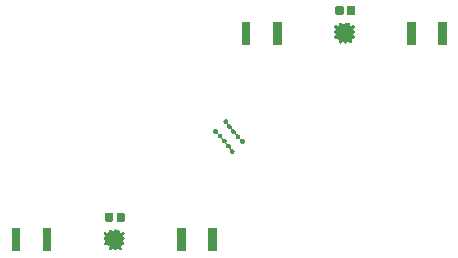
<source format=gbr>
G04 #@! TF.GenerationSoftware,KiCad,Pcbnew,5.0.2-bee76a0~70~ubuntu18.04.1*
G04 #@! TF.CreationDate,2019-05-27T20:40:17+02:00*
G04 #@! TF.ProjectId,upper_Sensor,75707065-725f-4536-956e-736f722e6b69,rev?*
G04 #@! TF.SameCoordinates,Original*
G04 #@! TF.FileFunction,Soldermask,Top*
G04 #@! TF.FilePolarity,Negative*
%FSLAX46Y46*%
G04 Gerber Fmt 4.6, Leading zero omitted, Abs format (unit mm)*
G04 Created by KiCad (PCBNEW 5.0.2-bee76a0~70~ubuntu18.04.1) date Mo 27 Mai 2019 20:40:17 CEST*
%MOMM*%
%LPD*%
G01*
G04 APERTURE LIST*
%ADD10C,0.100000*%
G04 APERTURE END LIST*
D10*
G36*
X118691000Y-80966000D02*
X117959000Y-80966000D01*
X117959000Y-79034000D01*
X118691000Y-79034000D01*
X118691000Y-80966000D01*
X118691000Y-80966000D01*
G37*
G36*
X102041000Y-80966000D02*
X101309000Y-80966000D01*
X101309000Y-79034000D01*
X102041000Y-79034000D01*
X102041000Y-80966000D01*
X102041000Y-80966000D01*
G37*
G36*
X104691000Y-80966000D02*
X103959000Y-80966000D01*
X103959000Y-79034000D01*
X104691000Y-79034000D01*
X104691000Y-80966000D01*
X104691000Y-80966000D01*
G37*
G36*
X116041000Y-80966000D02*
X115309000Y-80966000D01*
X115309000Y-79034000D01*
X116041000Y-79034000D01*
X116041000Y-80966000D01*
X116041000Y-80966000D01*
G37*
G36*
X109706753Y-79125842D02*
X109729684Y-79135340D01*
X109750321Y-79149129D01*
X109767871Y-79166679D01*
X109781660Y-79187316D01*
X109781662Y-79187321D01*
X109786066Y-79193912D01*
X109801612Y-79212854D01*
X109820554Y-79228400D01*
X109842165Y-79239951D01*
X109865614Y-79247064D01*
X109890000Y-79249466D01*
X109914386Y-79247064D01*
X109937835Y-79239951D01*
X109959446Y-79228400D01*
X109978388Y-79212854D01*
X109993934Y-79193912D01*
X109998338Y-79187321D01*
X109998340Y-79187316D01*
X110012129Y-79166679D01*
X110029679Y-79149129D01*
X110050316Y-79135340D01*
X110073247Y-79125842D01*
X110097590Y-79121000D01*
X110122410Y-79121000D01*
X110146754Y-79125842D01*
X110160142Y-79131388D01*
X110169684Y-79135340D01*
X110169685Y-79135341D01*
X110172165Y-79136368D01*
X110195614Y-79143481D01*
X110220001Y-79145883D01*
X110244387Y-79143481D01*
X110267835Y-79136368D01*
X110270315Y-79135341D01*
X110270316Y-79135340D01*
X110279858Y-79131388D01*
X110293246Y-79125842D01*
X110317590Y-79121000D01*
X110342410Y-79121000D01*
X110366753Y-79125842D01*
X110389684Y-79135340D01*
X110410321Y-79149129D01*
X110427871Y-79166679D01*
X110441660Y-79187316D01*
X110451158Y-79210247D01*
X110454769Y-79228400D01*
X110456000Y-79234591D01*
X110456000Y-79267033D01*
X110458402Y-79291419D01*
X110465515Y-79314868D01*
X110477066Y-79336479D01*
X110492612Y-79355421D01*
X110511554Y-79370967D01*
X110533165Y-79382518D01*
X110556614Y-79389631D01*
X110581000Y-79392033D01*
X110605386Y-79389631D01*
X110628835Y-79382518D01*
X110650446Y-79370967D01*
X110669382Y-79355426D01*
X110672679Y-79352129D01*
X110693316Y-79338340D01*
X110716247Y-79328842D01*
X110740590Y-79324000D01*
X110765410Y-79324000D01*
X110789753Y-79328842D01*
X110812684Y-79338340D01*
X110833321Y-79352129D01*
X110850871Y-79369679D01*
X110864660Y-79390316D01*
X110874158Y-79413247D01*
X110879000Y-79437590D01*
X110879000Y-79462410D01*
X110874158Y-79486753D01*
X110864660Y-79509684D01*
X110850871Y-79530321D01*
X110833321Y-79547871D01*
X110812684Y-79561660D01*
X110812679Y-79561662D01*
X110806088Y-79566066D01*
X110787146Y-79581612D01*
X110771600Y-79600554D01*
X110760049Y-79622165D01*
X110752936Y-79645614D01*
X110750534Y-79670000D01*
X110752936Y-79694386D01*
X110760049Y-79717835D01*
X110771600Y-79739446D01*
X110787146Y-79758388D01*
X110806088Y-79773934D01*
X110812679Y-79778338D01*
X110812684Y-79778340D01*
X110833321Y-79792129D01*
X110850871Y-79809679D01*
X110864660Y-79830316D01*
X110874158Y-79853247D01*
X110879000Y-79877590D01*
X110879000Y-79902410D01*
X110874158Y-79926753D01*
X110864660Y-79949684D01*
X110850871Y-79970321D01*
X110833321Y-79987871D01*
X110812684Y-80001660D01*
X110812679Y-80001662D01*
X110806088Y-80006066D01*
X110787146Y-80021612D01*
X110771600Y-80040554D01*
X110760049Y-80062165D01*
X110752936Y-80085614D01*
X110750534Y-80110000D01*
X110752936Y-80134386D01*
X110760049Y-80157835D01*
X110771600Y-80179446D01*
X110787146Y-80198388D01*
X110806088Y-80213934D01*
X110812679Y-80218338D01*
X110812684Y-80218340D01*
X110833321Y-80232129D01*
X110850871Y-80249679D01*
X110864660Y-80270316D01*
X110874158Y-80293247D01*
X110879000Y-80317590D01*
X110879000Y-80342410D01*
X110874158Y-80366753D01*
X110864660Y-80389684D01*
X110850871Y-80410321D01*
X110833321Y-80427871D01*
X110812684Y-80441660D01*
X110789753Y-80451158D01*
X110765410Y-80456000D01*
X110732967Y-80456000D01*
X110708581Y-80458402D01*
X110685132Y-80465515D01*
X110663521Y-80477066D01*
X110644579Y-80492612D01*
X110629033Y-80511554D01*
X110617482Y-80533165D01*
X110610369Y-80556614D01*
X110607967Y-80581000D01*
X110610369Y-80605386D01*
X110617482Y-80628835D01*
X110629033Y-80650446D01*
X110644574Y-80669382D01*
X110647871Y-80672679D01*
X110661660Y-80693316D01*
X110671158Y-80716247D01*
X110676000Y-80740590D01*
X110676000Y-80765410D01*
X110671158Y-80789753D01*
X110661660Y-80812684D01*
X110647871Y-80833321D01*
X110630321Y-80850871D01*
X110609684Y-80864660D01*
X110586753Y-80874158D01*
X110562410Y-80879000D01*
X110537590Y-80879000D01*
X110513247Y-80874158D01*
X110490316Y-80864660D01*
X110469679Y-80850871D01*
X110452129Y-80833321D01*
X110438340Y-80812684D01*
X110438338Y-80812679D01*
X110433934Y-80806088D01*
X110418388Y-80787146D01*
X110399446Y-80771600D01*
X110377835Y-80760049D01*
X110354386Y-80752936D01*
X110330000Y-80750534D01*
X110305614Y-80752936D01*
X110282165Y-80760049D01*
X110260554Y-80771600D01*
X110241612Y-80787146D01*
X110226066Y-80806088D01*
X110221662Y-80812679D01*
X110221660Y-80812684D01*
X110207871Y-80833321D01*
X110190321Y-80850871D01*
X110169684Y-80864660D01*
X110146753Y-80874158D01*
X110122410Y-80879000D01*
X110097590Y-80879000D01*
X110073247Y-80874158D01*
X110050316Y-80864660D01*
X110029679Y-80850871D01*
X110012129Y-80833321D01*
X109998340Y-80812684D01*
X109998338Y-80812679D01*
X109993934Y-80806088D01*
X109978388Y-80787146D01*
X109959446Y-80771600D01*
X109937835Y-80760049D01*
X109914386Y-80752936D01*
X109890000Y-80750534D01*
X109865614Y-80752936D01*
X109842165Y-80760049D01*
X109820554Y-80771600D01*
X109801612Y-80787146D01*
X109786066Y-80806088D01*
X109781662Y-80812679D01*
X109781660Y-80812684D01*
X109767871Y-80833321D01*
X109750321Y-80850871D01*
X109729684Y-80864660D01*
X109706753Y-80874158D01*
X109682410Y-80879000D01*
X109657590Y-80879000D01*
X109633247Y-80874158D01*
X109610316Y-80864660D01*
X109589679Y-80850871D01*
X109572129Y-80833321D01*
X109558340Y-80812684D01*
X109548842Y-80789753D01*
X109544000Y-80765410D01*
X109544000Y-80740590D01*
X109548842Y-80716247D01*
X109558340Y-80693316D01*
X109572129Y-80672679D01*
X109573700Y-80671108D01*
X109589232Y-80652183D01*
X109600785Y-80630573D01*
X109607899Y-80607124D01*
X109610302Y-80582738D01*
X109607901Y-80558352D01*
X109600789Y-80534902D01*
X109589239Y-80513291D01*
X109573690Y-80494344D01*
X109505657Y-80426311D01*
X109486715Y-80410765D01*
X109465104Y-80399214D01*
X109441655Y-80392101D01*
X109417269Y-80389699D01*
X109392883Y-80392101D01*
X109369434Y-80399214D01*
X109347823Y-80410765D01*
X109328891Y-80426301D01*
X109327321Y-80427871D01*
X109306684Y-80441660D01*
X109283753Y-80451158D01*
X109259410Y-80456000D01*
X109234590Y-80456000D01*
X109210247Y-80451158D01*
X109187316Y-80441660D01*
X109166679Y-80427871D01*
X109149129Y-80410321D01*
X109135340Y-80389684D01*
X109125842Y-80366753D01*
X109121000Y-80342410D01*
X109121000Y-80317590D01*
X109125842Y-80293247D01*
X109135340Y-80270316D01*
X109149129Y-80249679D01*
X109166679Y-80232129D01*
X109187316Y-80218340D01*
X109187321Y-80218338D01*
X109193912Y-80213934D01*
X109212854Y-80198388D01*
X109228400Y-80179446D01*
X109239951Y-80157835D01*
X109247064Y-80134386D01*
X109249466Y-80110000D01*
X109247064Y-80085614D01*
X109239951Y-80062165D01*
X109228400Y-80040554D01*
X109212854Y-80021612D01*
X109193912Y-80006066D01*
X109187321Y-80001662D01*
X109187316Y-80001660D01*
X109166679Y-79987871D01*
X109149129Y-79970321D01*
X109135340Y-79949684D01*
X109125842Y-79926753D01*
X109121000Y-79902410D01*
X109121000Y-79877590D01*
X109125842Y-79853247D01*
X109135340Y-79830316D01*
X109149129Y-79809679D01*
X109166679Y-79792129D01*
X109187316Y-79778340D01*
X109187321Y-79778338D01*
X109193912Y-79773934D01*
X109212854Y-79758388D01*
X109228400Y-79739446D01*
X109239951Y-79717835D01*
X109247064Y-79694386D01*
X109249466Y-79670000D01*
X109247064Y-79645614D01*
X109239951Y-79622165D01*
X109228400Y-79600554D01*
X109212854Y-79581612D01*
X109193912Y-79566066D01*
X109187321Y-79561662D01*
X109187316Y-79561660D01*
X109166679Y-79547871D01*
X109149129Y-79530321D01*
X109135340Y-79509684D01*
X109125842Y-79486753D01*
X109121000Y-79462410D01*
X109121000Y-79437590D01*
X109125842Y-79413247D01*
X109135340Y-79390316D01*
X109149129Y-79369679D01*
X109166679Y-79352129D01*
X109187316Y-79338340D01*
X109210247Y-79328842D01*
X109234590Y-79324000D01*
X109259410Y-79324000D01*
X109283753Y-79328842D01*
X109306684Y-79338340D01*
X109327321Y-79352129D01*
X109330618Y-79355426D01*
X109349554Y-79370967D01*
X109371165Y-79382518D01*
X109394614Y-79389631D01*
X109419000Y-79392033D01*
X109443386Y-79389631D01*
X109466835Y-79382518D01*
X109488446Y-79370967D01*
X109507388Y-79355421D01*
X109522934Y-79336479D01*
X109534485Y-79314868D01*
X109541598Y-79291419D01*
X109544000Y-79267033D01*
X109544000Y-79234591D01*
X109545231Y-79228400D01*
X109548842Y-79210247D01*
X109558340Y-79187316D01*
X109572129Y-79166679D01*
X109589679Y-79149129D01*
X109610316Y-79135340D01*
X109633247Y-79125842D01*
X109657590Y-79121000D01*
X109682410Y-79121000D01*
X109706753Y-79125842D01*
X109706753Y-79125842D01*
G37*
G36*
X109831938Y-77711716D02*
X109852556Y-77717970D01*
X109871556Y-77728126D01*
X109888208Y-77741792D01*
X109901874Y-77758444D01*
X109912030Y-77777444D01*
X109918284Y-77798062D01*
X109921000Y-77825640D01*
X109921000Y-78334360D01*
X109918284Y-78361938D01*
X109912030Y-78382556D01*
X109901874Y-78401556D01*
X109888208Y-78418208D01*
X109871556Y-78431874D01*
X109852556Y-78442030D01*
X109831938Y-78448284D01*
X109804360Y-78451000D01*
X109345640Y-78451000D01*
X109318062Y-78448284D01*
X109297444Y-78442030D01*
X109278444Y-78431874D01*
X109261792Y-78418208D01*
X109248126Y-78401556D01*
X109237970Y-78382556D01*
X109231716Y-78361938D01*
X109229000Y-78334360D01*
X109229000Y-77825640D01*
X109231716Y-77798062D01*
X109237970Y-77777444D01*
X109248126Y-77758444D01*
X109261792Y-77741792D01*
X109278444Y-77728126D01*
X109297444Y-77717970D01*
X109318062Y-77711716D01*
X109345640Y-77709000D01*
X109804360Y-77709000D01*
X109831938Y-77711716D01*
X109831938Y-77711716D01*
G37*
G36*
X110801938Y-77711716D02*
X110822556Y-77717970D01*
X110841556Y-77728126D01*
X110858208Y-77741792D01*
X110871874Y-77758444D01*
X110882030Y-77777444D01*
X110888284Y-77798062D01*
X110891000Y-77825640D01*
X110891000Y-78334360D01*
X110888284Y-78361938D01*
X110882030Y-78382556D01*
X110871874Y-78401556D01*
X110858208Y-78418208D01*
X110841556Y-78431874D01*
X110822556Y-78442030D01*
X110801938Y-78448284D01*
X110774360Y-78451000D01*
X110315640Y-78451000D01*
X110288062Y-78448284D01*
X110267444Y-78442030D01*
X110248444Y-78431874D01*
X110231792Y-78418208D01*
X110218126Y-78401556D01*
X110207970Y-78382556D01*
X110201716Y-78361938D01*
X110199000Y-78334360D01*
X110199000Y-77825640D01*
X110201716Y-77798062D01*
X110207970Y-77777444D01*
X110218126Y-77758444D01*
X110231792Y-77741792D01*
X110248444Y-77728126D01*
X110267444Y-77717970D01*
X110288062Y-77711716D01*
X110315640Y-77709000D01*
X110774360Y-77709000D01*
X110801938Y-77711716D01*
X110801938Y-77711716D01*
G37*
G36*
X118598402Y-70627536D02*
X118633846Y-70634586D01*
X118670425Y-70649738D01*
X118670427Y-70649739D01*
X118703347Y-70671736D01*
X118731342Y-70699731D01*
X118749866Y-70727453D01*
X118753340Y-70732653D01*
X118768492Y-70769232D01*
X118776216Y-70808065D01*
X118776216Y-70847659D01*
X118770791Y-70874932D01*
X118768390Y-70899311D01*
X118770792Y-70923697D01*
X118777905Y-70947146D01*
X118789456Y-70968757D01*
X118805001Y-70987700D01*
X118823943Y-71003245D01*
X118845553Y-71014796D01*
X118869003Y-71021910D01*
X118893389Y-71024312D01*
X118917776Y-71021910D01*
X118947252Y-71016047D01*
X118986848Y-71016047D01*
X118996555Y-71017978D01*
X119025680Y-71023771D01*
X119062259Y-71038923D01*
X119062261Y-71038924D01*
X119077131Y-71048860D01*
X119095180Y-71060920D01*
X119123177Y-71088917D01*
X119134100Y-71105265D01*
X119144469Y-71120782D01*
X119145174Y-71121838D01*
X119160326Y-71158417D01*
X119164956Y-71181697D01*
X119168050Y-71197249D01*
X119168050Y-71236845D01*
X119158343Y-71285646D01*
X119157106Y-71289723D01*
X119154703Y-71314110D01*
X119157104Y-71338496D01*
X119164216Y-71361945D01*
X119175766Y-71383557D01*
X119191311Y-71402500D01*
X119210252Y-71418046D01*
X119231863Y-71429598D01*
X119255311Y-71436712D01*
X119279698Y-71439115D01*
X119297418Y-71437370D01*
X119340382Y-71437370D01*
X119349154Y-71439115D01*
X119379214Y-71445094D01*
X119415793Y-71460246D01*
X119415795Y-71460247D01*
X119421175Y-71463842D01*
X119435417Y-71473358D01*
X119448715Y-71482244D01*
X119476710Y-71510239D01*
X119497470Y-71541307D01*
X119498708Y-71543161D01*
X119513860Y-71579740D01*
X119516824Y-71594644D01*
X119521584Y-71618572D01*
X119521584Y-71658168D01*
X119511882Y-71706945D01*
X119510641Y-71711032D01*
X119508235Y-71735418D01*
X119510632Y-71759805D01*
X119517741Y-71783255D01*
X119529288Y-71804868D01*
X119544830Y-71823813D01*
X119563769Y-71839362D01*
X119585378Y-71850918D01*
X119608825Y-71858036D01*
X119633211Y-71860442D01*
X119650950Y-71858697D01*
X119693915Y-71858697D01*
X119697293Y-71859369D01*
X119732747Y-71866421D01*
X119769326Y-71881573D01*
X119769328Y-71881574D01*
X119802248Y-71903571D01*
X119830243Y-71931566D01*
X119851013Y-71962649D01*
X119852241Y-71964488D01*
X119867393Y-72001067D01*
X119875117Y-72039900D01*
X119875117Y-72079494D01*
X119867393Y-72118327D01*
X119858695Y-72139324D01*
X119851582Y-72162773D01*
X119849180Y-72187160D01*
X119851582Y-72211546D01*
X119858695Y-72234995D01*
X119870246Y-72256606D01*
X119885791Y-72275548D01*
X119904734Y-72291094D01*
X119926344Y-72302645D01*
X119949793Y-72309758D01*
X119974180Y-72312160D01*
X120009146Y-72312160D01*
X120018853Y-72314091D01*
X120047978Y-72319884D01*
X120084557Y-72335036D01*
X120084559Y-72335037D01*
X120101130Y-72346110D01*
X120117478Y-72357033D01*
X120145475Y-72385030D01*
X120156398Y-72401378D01*
X120162216Y-72410084D01*
X120167472Y-72417951D01*
X120182624Y-72454530D01*
X120190348Y-72493363D01*
X120190348Y-72532957D01*
X120182624Y-72571790D01*
X120167472Y-72608369D01*
X120167471Y-72608371D01*
X120145474Y-72641291D01*
X120117479Y-72669286D01*
X120084559Y-72691283D01*
X120084558Y-72691284D01*
X120084557Y-72691284D01*
X120047978Y-72706436D01*
X120018853Y-72712229D01*
X120009146Y-72714160D01*
X119969550Y-72714160D01*
X119959843Y-72712229D01*
X119930718Y-72706436D01*
X119894139Y-72691284D01*
X119894138Y-72691284D01*
X119894137Y-72691283D01*
X119861217Y-72669286D01*
X119833222Y-72641291D01*
X119811225Y-72608371D01*
X119811224Y-72608369D01*
X119796072Y-72571790D01*
X119788348Y-72532957D01*
X119788348Y-72493363D01*
X119796072Y-72454530D01*
X119804771Y-72433529D01*
X119811883Y-72410084D01*
X119814285Y-72385697D01*
X119811883Y-72361311D01*
X119804770Y-72337862D01*
X119793219Y-72316251D01*
X119777674Y-72297309D01*
X119758731Y-72281763D01*
X119737121Y-72270212D01*
X119713672Y-72263099D01*
X119689285Y-72260697D01*
X119654319Y-72260697D01*
X119644612Y-72258766D01*
X119615487Y-72252973D01*
X119578908Y-72237821D01*
X119578907Y-72237821D01*
X119578906Y-72237820D01*
X119545986Y-72215823D01*
X119517991Y-72187828D01*
X119517545Y-72187160D01*
X119507067Y-72171479D01*
X119495994Y-72154908D01*
X119489539Y-72139324D01*
X119480841Y-72118327D01*
X119473117Y-72079494D01*
X119473117Y-72039900D01*
X119480841Y-72001067D01*
X119482819Y-71991122D01*
X119484060Y-71987035D01*
X119486466Y-71962649D01*
X119484069Y-71938262D01*
X119476960Y-71914812D01*
X119465413Y-71893199D01*
X119449871Y-71874254D01*
X119430932Y-71858705D01*
X119409323Y-71847149D01*
X119385876Y-71840031D01*
X119361490Y-71837625D01*
X119343751Y-71839370D01*
X119300786Y-71839370D01*
X119291079Y-71837439D01*
X119261954Y-71831646D01*
X119225375Y-71816494D01*
X119225374Y-71816494D01*
X119225373Y-71816493D01*
X119192453Y-71794496D01*
X119164458Y-71766501D01*
X119142461Y-71733581D01*
X119138792Y-71724723D01*
X119127308Y-71697000D01*
X119119584Y-71658167D01*
X119119584Y-71618573D01*
X119127308Y-71579740D01*
X119129291Y-71569771D01*
X119130528Y-71565694D01*
X119132931Y-71541307D01*
X119130530Y-71516921D01*
X119123418Y-71493472D01*
X119111868Y-71471860D01*
X119096323Y-71452917D01*
X119077382Y-71437371D01*
X119055771Y-71425819D01*
X119032323Y-71418705D01*
X119007936Y-71416302D01*
X118990216Y-71418047D01*
X118947252Y-71418047D01*
X118937545Y-71416116D01*
X118908420Y-71410323D01*
X118871841Y-71395171D01*
X118871840Y-71395171D01*
X118871839Y-71395170D01*
X118838919Y-71373173D01*
X118810924Y-71345178D01*
X118804483Y-71335538D01*
X118796754Y-71323971D01*
X118788927Y-71312258D01*
X118782485Y-71296706D01*
X118773774Y-71275677D01*
X118766050Y-71236844D01*
X118766050Y-71197250D01*
X118771475Y-71169977D01*
X118773876Y-71145598D01*
X118771474Y-71121212D01*
X118764361Y-71097763D01*
X118752810Y-71076152D01*
X118737265Y-71057209D01*
X118718323Y-71041664D01*
X118696713Y-71030113D01*
X118673263Y-71022999D01*
X118648877Y-71020597D01*
X118624490Y-71022999D01*
X118595014Y-71028862D01*
X118555418Y-71028862D01*
X118545711Y-71026931D01*
X118516586Y-71021138D01*
X118480007Y-71005986D01*
X118480006Y-71005986D01*
X118480005Y-71005985D01*
X118447085Y-70983988D01*
X118419090Y-70955993D01*
X118416870Y-70952670D01*
X118408166Y-70939644D01*
X118397093Y-70923073D01*
X118397092Y-70923071D01*
X118381940Y-70886492D01*
X118374216Y-70847659D01*
X118374216Y-70808065D01*
X118381940Y-70769232D01*
X118397092Y-70732653D01*
X118400567Y-70727453D01*
X118419090Y-70699731D01*
X118447085Y-70671736D01*
X118480005Y-70649739D01*
X118480007Y-70649738D01*
X118516586Y-70634586D01*
X118552030Y-70627536D01*
X118555418Y-70626862D01*
X118595014Y-70626862D01*
X118598402Y-70627536D01*
X118598402Y-70627536D01*
G37*
G36*
X119477369Y-69781727D02*
X119506494Y-69787520D01*
X119543073Y-69802672D01*
X119543075Y-69802673D01*
X119559646Y-69813746D01*
X119575994Y-69824669D01*
X119603991Y-69852666D01*
X119625988Y-69885587D01*
X119641140Y-69922166D01*
X119648864Y-69960999D01*
X119648864Y-70000593D01*
X119641141Y-70039423D01*
X119641140Y-70039425D01*
X119632442Y-70060423D01*
X119625328Y-70083872D01*
X119622926Y-70108258D01*
X119625327Y-70132644D01*
X119632440Y-70156093D01*
X119643991Y-70177704D01*
X119659536Y-70196647D01*
X119678478Y-70212192D01*
X119700089Y-70223744D01*
X119723538Y-70230858D01*
X119747926Y-70233260D01*
X119782894Y-70233260D01*
X119792601Y-70235191D01*
X119821726Y-70240984D01*
X119858305Y-70256136D01*
X119858307Y-70256137D01*
X119891227Y-70278134D01*
X119919222Y-70306129D01*
X119935964Y-70331184D01*
X119941220Y-70339051D01*
X119956372Y-70375630D01*
X119962165Y-70404755D01*
X119964096Y-70414462D01*
X119964096Y-70454058D01*
X119954385Y-70502880D01*
X119953148Y-70506959D01*
X119950749Y-70531346D01*
X119953154Y-70555732D01*
X119960271Y-70579180D01*
X119971825Y-70600789D01*
X119987373Y-70619729D01*
X120006317Y-70635272D01*
X120027929Y-70646820D01*
X120051379Y-70653930D01*
X120075766Y-70656329D01*
X120093466Y-70654584D01*
X120136426Y-70654584D01*
X120145198Y-70656329D01*
X120175258Y-70662308D01*
X120211837Y-70677460D01*
X120211839Y-70677461D01*
X120228410Y-70688534D01*
X120244758Y-70699457D01*
X120272755Y-70727454D01*
X120294752Y-70760375D01*
X120309904Y-70796954D01*
X120312114Y-70808065D01*
X120317628Y-70835786D01*
X120317628Y-70875382D01*
X120307917Y-70924204D01*
X120306680Y-70928283D01*
X120304281Y-70952670D01*
X120306686Y-70977056D01*
X120313803Y-71000504D01*
X120325357Y-71022113D01*
X120340905Y-71041053D01*
X120359849Y-71056596D01*
X120381461Y-71068144D01*
X120404911Y-71075254D01*
X120429298Y-71077653D01*
X120447003Y-71075908D01*
X120489959Y-71075908D01*
X120498731Y-71077653D01*
X120528791Y-71083632D01*
X120562905Y-71097763D01*
X120565372Y-71098785D01*
X120581943Y-71109858D01*
X120598291Y-71120781D01*
X120626288Y-71148778D01*
X120648285Y-71181699D01*
X120663437Y-71218278D01*
X120671161Y-71257111D01*
X120671161Y-71296705D01*
X120665736Y-71323978D01*
X120663335Y-71348357D01*
X120665737Y-71372743D01*
X120672850Y-71396192D01*
X120684401Y-71417803D01*
X120699946Y-71436746D01*
X120718888Y-71452291D01*
X120740498Y-71463842D01*
X120763948Y-71470956D01*
X120788334Y-71473358D01*
X120812717Y-71470957D01*
X120842200Y-71465093D01*
X120881795Y-71465093D01*
X120891502Y-71467024D01*
X120920627Y-71472817D01*
X120957206Y-71487969D01*
X120957208Y-71487970D01*
X120990128Y-71509967D01*
X121018123Y-71537962D01*
X121039378Y-71569771D01*
X121040121Y-71570884D01*
X121055273Y-71607463D01*
X121062997Y-71646296D01*
X121062997Y-71685890D01*
X121055273Y-71724723D01*
X121040121Y-71761302D01*
X121018124Y-71794223D01*
X120990127Y-71822220D01*
X120976020Y-71831646D01*
X120957208Y-71844216D01*
X120957207Y-71844217D01*
X120957206Y-71844217D01*
X120920627Y-71859369D01*
X120891502Y-71865162D01*
X120881795Y-71867093D01*
X120842199Y-71867093D01*
X120832492Y-71865162D01*
X120803367Y-71859369D01*
X120766788Y-71844217D01*
X120766787Y-71844217D01*
X120766786Y-71844216D01*
X120747974Y-71831646D01*
X120733867Y-71822220D01*
X120705870Y-71794223D01*
X120683873Y-71761302D01*
X120668721Y-71724723D01*
X120660997Y-71685890D01*
X120660997Y-71646296D01*
X120666422Y-71619023D01*
X120668823Y-71594644D01*
X120666421Y-71570258D01*
X120659308Y-71546809D01*
X120647757Y-71525198D01*
X120632212Y-71506255D01*
X120613270Y-71490710D01*
X120591660Y-71479159D01*
X120568210Y-71472045D01*
X120543824Y-71469643D01*
X120519441Y-71472044D01*
X120489958Y-71477908D01*
X120450363Y-71477908D01*
X120440656Y-71475977D01*
X120411531Y-71470184D01*
X120374952Y-71455032D01*
X120374951Y-71455032D01*
X120374950Y-71455031D01*
X120358379Y-71443958D01*
X120342031Y-71433035D01*
X120314034Y-71405038D01*
X120292743Y-71373174D01*
X120292038Y-71372119D01*
X120292037Y-71372117D01*
X120276885Y-71335538D01*
X120269161Y-71296705D01*
X120269161Y-71257111D01*
X120276885Y-71218278D01*
X120278872Y-71208288D01*
X120280109Y-71204209D01*
X120282508Y-71179822D01*
X120280103Y-71155436D01*
X120272986Y-71131988D01*
X120261432Y-71110379D01*
X120245884Y-71091439D01*
X120226940Y-71075896D01*
X120205328Y-71064348D01*
X120181878Y-71057238D01*
X120157491Y-71054839D01*
X120139786Y-71056584D01*
X120096830Y-71056584D01*
X120087123Y-71054653D01*
X120057998Y-71048860D01*
X120021419Y-71033708D01*
X120021418Y-71033708D01*
X120021417Y-71033707D01*
X120001797Y-71020597D01*
X119988498Y-71011711D01*
X119960501Y-70983714D01*
X119949578Y-70967366D01*
X119938505Y-70950795D01*
X119938504Y-70950793D01*
X119923352Y-70914214D01*
X119915628Y-70875381D01*
X119915628Y-70835787D01*
X119923352Y-70796954D01*
X119925339Y-70786964D01*
X119926576Y-70782885D01*
X119928975Y-70758498D01*
X119926570Y-70734112D01*
X119919453Y-70710664D01*
X119907899Y-70689055D01*
X119892351Y-70670115D01*
X119873407Y-70654572D01*
X119851795Y-70643024D01*
X119828345Y-70635914D01*
X119803958Y-70633515D01*
X119786258Y-70635260D01*
X119743298Y-70635260D01*
X119733591Y-70633329D01*
X119704466Y-70627536D01*
X119667887Y-70612384D01*
X119667886Y-70612384D01*
X119667885Y-70612383D01*
X119634965Y-70590386D01*
X119606970Y-70562391D01*
X119584973Y-70529471D01*
X119584972Y-70529469D01*
X119569820Y-70492890D01*
X119562096Y-70454057D01*
X119562096Y-70414463D01*
X119569820Y-70375630D01*
X119578519Y-70354629D01*
X119585632Y-70331184D01*
X119588034Y-70306798D01*
X119585633Y-70282412D01*
X119578520Y-70258963D01*
X119566969Y-70237352D01*
X119551424Y-70218409D01*
X119532482Y-70202864D01*
X119510871Y-70191312D01*
X119487422Y-70184198D01*
X119463034Y-70181796D01*
X119428066Y-70181796D01*
X119418359Y-70179865D01*
X119389234Y-70174072D01*
X119352655Y-70158920D01*
X119352654Y-70158920D01*
X119352653Y-70158919D01*
X119319733Y-70136922D01*
X119291738Y-70108927D01*
X119269741Y-70076007D01*
X119263286Y-70060423D01*
X119254588Y-70039426D01*
X119246864Y-70000593D01*
X119246864Y-69960999D01*
X119254588Y-69922166D01*
X119269740Y-69885587D01*
X119291737Y-69852666D01*
X119319734Y-69824669D01*
X119336082Y-69813746D01*
X119352653Y-69802673D01*
X119352655Y-69802672D01*
X119389234Y-69787520D01*
X119418359Y-69781727D01*
X119428066Y-69779796D01*
X119467662Y-69779796D01*
X119477369Y-69781727D01*
X119477369Y-69781727D01*
G37*
G36*
X135541000Y-63466000D02*
X134809000Y-63466000D01*
X134809000Y-61534000D01*
X135541000Y-61534000D01*
X135541000Y-63466000D01*
X135541000Y-63466000D01*
G37*
G36*
X138191000Y-63466000D02*
X137459000Y-63466000D01*
X137459000Y-61534000D01*
X138191000Y-61534000D01*
X138191000Y-63466000D01*
X138191000Y-63466000D01*
G37*
G36*
X124191000Y-63466000D02*
X123459000Y-63466000D01*
X123459000Y-61534000D01*
X124191000Y-61534000D01*
X124191000Y-63466000D01*
X124191000Y-63466000D01*
G37*
G36*
X121541000Y-63466000D02*
X120809000Y-63466000D01*
X120809000Y-61534000D01*
X121541000Y-61534000D01*
X121541000Y-63466000D01*
X121541000Y-63466000D01*
G37*
G36*
X129206753Y-61625842D02*
X129229684Y-61635340D01*
X129250321Y-61649129D01*
X129267871Y-61666679D01*
X129281660Y-61687316D01*
X129281662Y-61687321D01*
X129286066Y-61693912D01*
X129301612Y-61712854D01*
X129320554Y-61728400D01*
X129342165Y-61739951D01*
X129365614Y-61747064D01*
X129390000Y-61749466D01*
X129414386Y-61747064D01*
X129437835Y-61739951D01*
X129459446Y-61728400D01*
X129478388Y-61712854D01*
X129493934Y-61693912D01*
X129498338Y-61687321D01*
X129498340Y-61687316D01*
X129512129Y-61666679D01*
X129529679Y-61649129D01*
X129550316Y-61635340D01*
X129573247Y-61625842D01*
X129597590Y-61621000D01*
X129622410Y-61621000D01*
X129634581Y-61623421D01*
X129646754Y-61625842D01*
X129660142Y-61631388D01*
X129669684Y-61635340D01*
X129669685Y-61635341D01*
X129672165Y-61636368D01*
X129695614Y-61643481D01*
X129720001Y-61645883D01*
X129744387Y-61643481D01*
X129767835Y-61636368D01*
X129770315Y-61635341D01*
X129770316Y-61635340D01*
X129779858Y-61631388D01*
X129793246Y-61625842D01*
X129805419Y-61623421D01*
X129817590Y-61621000D01*
X129842410Y-61621000D01*
X129866753Y-61625842D01*
X129889684Y-61635340D01*
X129910321Y-61649129D01*
X129927871Y-61666679D01*
X129941660Y-61687316D01*
X129951158Y-61710247D01*
X129954769Y-61728400D01*
X129956000Y-61734591D01*
X129956000Y-61767033D01*
X129958402Y-61791419D01*
X129965515Y-61814868D01*
X129977066Y-61836479D01*
X129992612Y-61855421D01*
X130011554Y-61870967D01*
X130033165Y-61882518D01*
X130056614Y-61889631D01*
X130081000Y-61892033D01*
X130105386Y-61889631D01*
X130128835Y-61882518D01*
X130150446Y-61870967D01*
X130169382Y-61855426D01*
X130172679Y-61852129D01*
X130193316Y-61838340D01*
X130216247Y-61828842D01*
X130240590Y-61824000D01*
X130265410Y-61824000D01*
X130289753Y-61828842D01*
X130312684Y-61838340D01*
X130333321Y-61852129D01*
X130350871Y-61869679D01*
X130364660Y-61890316D01*
X130374158Y-61913247D01*
X130379000Y-61937590D01*
X130379000Y-61962410D01*
X130374158Y-61986753D01*
X130364660Y-62009684D01*
X130350871Y-62030321D01*
X130333321Y-62047871D01*
X130312684Y-62061660D01*
X130312679Y-62061662D01*
X130306088Y-62066066D01*
X130287146Y-62081612D01*
X130271600Y-62100554D01*
X130260049Y-62122165D01*
X130252936Y-62145614D01*
X130250534Y-62170000D01*
X130252936Y-62194386D01*
X130260049Y-62217835D01*
X130271600Y-62239446D01*
X130287146Y-62258388D01*
X130306088Y-62273934D01*
X130312679Y-62278338D01*
X130312684Y-62278340D01*
X130333321Y-62292129D01*
X130350871Y-62309679D01*
X130364660Y-62330316D01*
X130374158Y-62353247D01*
X130379000Y-62377590D01*
X130379000Y-62402410D01*
X130374158Y-62426753D01*
X130364660Y-62449684D01*
X130350871Y-62470321D01*
X130333321Y-62487871D01*
X130312684Y-62501660D01*
X130312679Y-62501662D01*
X130306088Y-62506066D01*
X130287146Y-62521612D01*
X130271600Y-62540554D01*
X130260049Y-62562165D01*
X130252936Y-62585614D01*
X130250534Y-62610000D01*
X130252936Y-62634386D01*
X130260049Y-62657835D01*
X130271600Y-62679446D01*
X130287146Y-62698388D01*
X130306088Y-62713934D01*
X130312679Y-62718338D01*
X130312684Y-62718340D01*
X130333321Y-62732129D01*
X130350871Y-62749679D01*
X130364660Y-62770316D01*
X130374158Y-62793247D01*
X130379000Y-62817590D01*
X130379000Y-62842410D01*
X130374158Y-62866753D01*
X130364660Y-62889684D01*
X130350871Y-62910321D01*
X130333321Y-62927871D01*
X130312684Y-62941660D01*
X130289753Y-62951158D01*
X130265410Y-62956000D01*
X130232967Y-62956000D01*
X130208581Y-62958402D01*
X130185132Y-62965515D01*
X130163521Y-62977066D01*
X130144579Y-62992612D01*
X130129033Y-63011554D01*
X130117482Y-63033165D01*
X130110369Y-63056614D01*
X130107967Y-63081000D01*
X130110369Y-63105386D01*
X130117482Y-63128835D01*
X130129033Y-63150446D01*
X130144574Y-63169382D01*
X130147871Y-63172679D01*
X130161660Y-63193316D01*
X130171158Y-63216247D01*
X130176000Y-63240590D01*
X130176000Y-63265410D01*
X130171158Y-63289753D01*
X130161660Y-63312684D01*
X130147871Y-63333321D01*
X130130321Y-63350871D01*
X130109684Y-63364660D01*
X130086753Y-63374158D01*
X130062410Y-63379000D01*
X130037590Y-63379000D01*
X130013247Y-63374158D01*
X129990316Y-63364660D01*
X129969679Y-63350871D01*
X129952129Y-63333321D01*
X129938340Y-63312684D01*
X129938338Y-63312679D01*
X129933934Y-63306088D01*
X129918388Y-63287146D01*
X129899446Y-63271600D01*
X129877835Y-63260049D01*
X129854386Y-63252936D01*
X129830000Y-63250534D01*
X129805614Y-63252936D01*
X129782165Y-63260049D01*
X129760554Y-63271600D01*
X129741612Y-63287146D01*
X129726066Y-63306088D01*
X129721662Y-63312679D01*
X129721660Y-63312684D01*
X129707871Y-63333321D01*
X129690321Y-63350871D01*
X129669684Y-63364660D01*
X129646753Y-63374158D01*
X129622410Y-63379000D01*
X129597590Y-63379000D01*
X129573247Y-63374158D01*
X129550316Y-63364660D01*
X129529679Y-63350871D01*
X129512129Y-63333321D01*
X129498340Y-63312684D01*
X129498338Y-63312679D01*
X129493934Y-63306088D01*
X129478388Y-63287146D01*
X129459446Y-63271600D01*
X129437835Y-63260049D01*
X129414386Y-63252936D01*
X129390000Y-63250534D01*
X129365614Y-63252936D01*
X129342165Y-63260049D01*
X129320554Y-63271600D01*
X129301612Y-63287146D01*
X129286066Y-63306088D01*
X129281662Y-63312679D01*
X129281660Y-63312684D01*
X129267871Y-63333321D01*
X129250321Y-63350871D01*
X129229684Y-63364660D01*
X129206753Y-63374158D01*
X129182410Y-63379000D01*
X129157590Y-63379000D01*
X129133247Y-63374158D01*
X129110316Y-63364660D01*
X129089679Y-63350871D01*
X129072129Y-63333321D01*
X129058340Y-63312684D01*
X129048842Y-63289753D01*
X129044000Y-63265410D01*
X129044000Y-63240590D01*
X129048842Y-63216247D01*
X129048842Y-63216246D01*
X129049410Y-63213392D01*
X129054843Y-63195482D01*
X129057245Y-63171096D01*
X129054843Y-63146709D01*
X129047729Y-63123260D01*
X129036178Y-63101650D01*
X129020633Y-63082709D01*
X128917291Y-62979367D01*
X128898349Y-62963821D01*
X128876738Y-62952270D01*
X128853289Y-62945157D01*
X128828903Y-62942755D01*
X128804517Y-62945157D01*
X128786607Y-62950590D01*
X128783754Y-62951157D01*
X128783753Y-62951158D01*
X128759410Y-62956000D01*
X128734590Y-62956000D01*
X128710247Y-62951158D01*
X128687316Y-62941660D01*
X128666679Y-62927871D01*
X128649129Y-62910321D01*
X128635340Y-62889684D01*
X128625842Y-62866753D01*
X128621000Y-62842410D01*
X128621000Y-62817590D01*
X128625842Y-62793247D01*
X128635340Y-62770316D01*
X128649129Y-62749679D01*
X128666679Y-62732129D01*
X128687316Y-62718340D01*
X128687321Y-62718338D01*
X128693912Y-62713934D01*
X128712854Y-62698388D01*
X128728400Y-62679446D01*
X128739951Y-62657835D01*
X128747064Y-62634386D01*
X128749466Y-62610000D01*
X128747064Y-62585614D01*
X128739951Y-62562165D01*
X128728400Y-62540554D01*
X128712854Y-62521612D01*
X128693912Y-62506066D01*
X128687321Y-62501662D01*
X128687316Y-62501660D01*
X128666679Y-62487871D01*
X128649129Y-62470321D01*
X128635340Y-62449684D01*
X128625842Y-62426753D01*
X128621000Y-62402410D01*
X128621000Y-62377590D01*
X128625842Y-62353247D01*
X128635340Y-62330316D01*
X128649129Y-62309679D01*
X128666679Y-62292129D01*
X128687316Y-62278340D01*
X128687321Y-62278338D01*
X128693912Y-62273934D01*
X128712854Y-62258388D01*
X128728400Y-62239446D01*
X128739951Y-62217835D01*
X128747064Y-62194386D01*
X128749466Y-62170000D01*
X128747064Y-62145614D01*
X128739951Y-62122165D01*
X128728400Y-62100554D01*
X128712854Y-62081612D01*
X128693912Y-62066066D01*
X128687321Y-62061662D01*
X128687316Y-62061660D01*
X128666679Y-62047871D01*
X128649129Y-62030321D01*
X128635340Y-62009684D01*
X128625842Y-61986753D01*
X128621000Y-61962410D01*
X128621000Y-61937590D01*
X128625842Y-61913247D01*
X128635340Y-61890316D01*
X128649129Y-61869679D01*
X128666679Y-61852129D01*
X128687316Y-61838340D01*
X128710247Y-61828842D01*
X128734590Y-61824000D01*
X128759410Y-61824000D01*
X128783753Y-61828842D01*
X128806684Y-61838340D01*
X128827321Y-61852129D01*
X128830618Y-61855426D01*
X128849554Y-61870967D01*
X128871165Y-61882518D01*
X128894614Y-61889631D01*
X128919000Y-61892033D01*
X128943386Y-61889631D01*
X128966835Y-61882518D01*
X128988446Y-61870967D01*
X129007388Y-61855421D01*
X129022934Y-61836479D01*
X129034485Y-61814868D01*
X129041598Y-61791419D01*
X129044000Y-61767033D01*
X129044000Y-61734591D01*
X129045231Y-61728400D01*
X129048842Y-61710247D01*
X129058340Y-61687316D01*
X129072129Y-61666679D01*
X129089679Y-61649129D01*
X129110316Y-61635340D01*
X129133247Y-61625842D01*
X129157590Y-61621000D01*
X129182410Y-61621000D01*
X129206753Y-61625842D01*
X129206753Y-61625842D01*
G37*
G36*
X130301938Y-60211716D02*
X130322556Y-60217970D01*
X130341556Y-60228126D01*
X130358208Y-60241792D01*
X130371874Y-60258444D01*
X130382030Y-60277444D01*
X130388284Y-60298062D01*
X130391000Y-60325640D01*
X130391000Y-60834360D01*
X130388284Y-60861938D01*
X130382030Y-60882556D01*
X130371874Y-60901556D01*
X130358208Y-60918208D01*
X130341556Y-60931874D01*
X130322556Y-60942030D01*
X130301938Y-60948284D01*
X130274360Y-60951000D01*
X129815640Y-60951000D01*
X129788062Y-60948284D01*
X129767444Y-60942030D01*
X129748444Y-60931874D01*
X129731792Y-60918208D01*
X129718126Y-60901556D01*
X129707970Y-60882556D01*
X129701716Y-60861938D01*
X129699000Y-60834360D01*
X129699000Y-60325640D01*
X129701716Y-60298062D01*
X129707970Y-60277444D01*
X129718126Y-60258444D01*
X129731792Y-60241792D01*
X129748444Y-60228126D01*
X129767444Y-60217970D01*
X129788062Y-60211716D01*
X129815640Y-60209000D01*
X130274360Y-60209000D01*
X130301938Y-60211716D01*
X130301938Y-60211716D01*
G37*
G36*
X129331938Y-60211716D02*
X129352556Y-60217970D01*
X129371556Y-60228126D01*
X129388208Y-60241792D01*
X129401874Y-60258444D01*
X129412030Y-60277444D01*
X129418284Y-60298062D01*
X129421000Y-60325640D01*
X129421000Y-60834360D01*
X129418284Y-60861938D01*
X129412030Y-60882556D01*
X129401874Y-60901556D01*
X129388208Y-60918208D01*
X129371556Y-60931874D01*
X129352556Y-60942030D01*
X129331938Y-60948284D01*
X129304360Y-60951000D01*
X128845640Y-60951000D01*
X128818062Y-60948284D01*
X128797444Y-60942030D01*
X128778444Y-60931874D01*
X128761792Y-60918208D01*
X128748126Y-60901556D01*
X128737970Y-60882556D01*
X128731716Y-60861938D01*
X128729000Y-60834360D01*
X128729000Y-60325640D01*
X128731716Y-60298062D01*
X128737970Y-60277444D01*
X128748126Y-60258444D01*
X128761792Y-60241792D01*
X128778444Y-60228126D01*
X128797444Y-60217970D01*
X128818062Y-60211716D01*
X128845640Y-60209000D01*
X129304360Y-60209000D01*
X129331938Y-60211716D01*
X129331938Y-60211716D01*
G37*
M02*

</source>
